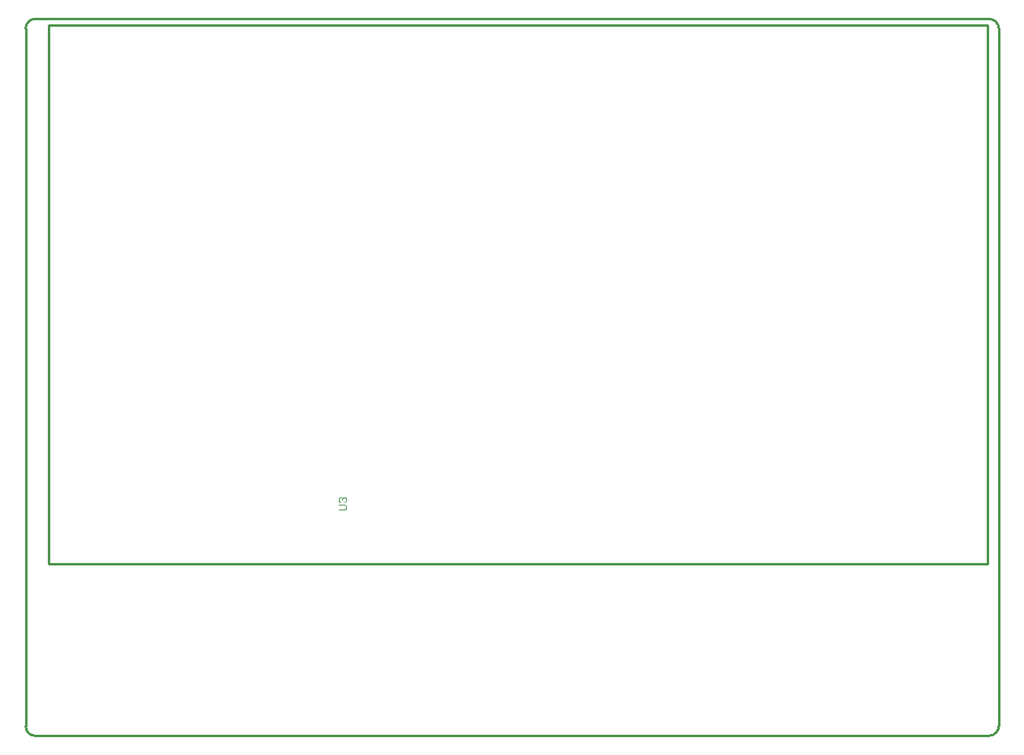
<source format=gm1>
G04*
G04 #@! TF.GenerationSoftware,Altium Limited,Altium Designer,25.3.2 (17)*
G04*
G04 Layer_Color=16711935*
%FSLAX25Y25*%
%MOIN*%
G70*
G04*
G04 #@! TF.SameCoordinates,ED342856-191B-4412-B6D1-68AB9B2CBA59*
G04*
G04*
G04 #@! TF.FilePolarity,Positive*
G04*
G01*
G75*
%ADD11C,0.00394*%
%ADD16C,0.01000*%
D11*
X129355Y93500D02*
X131979D01*
X132504Y94025D01*
Y95074D01*
X131979Y95599D01*
X129355D01*
X129880Y96649D02*
X129355Y97173D01*
Y98223D01*
X129880Y98748D01*
X130405D01*
X130930Y98223D01*
Y97698D01*
Y98223D01*
X131455Y98748D01*
X131979D01*
X132504Y98223D01*
Y97173D01*
X131979Y96649D01*
D16*
X400800Y291500D02*
G03*
X396800Y295500I-4000J0D01*
G01*
Y500D02*
G03*
X400800Y4500I0J4000D01*
G01*
X4700Y295500D02*
G03*
X700Y291500I0J-4000D01*
G01*
Y4500D02*
G03*
X4700Y500I4000J0D01*
G01*
X396800D01*
X4700Y295500D02*
X396800D01*
X400800Y4500D02*
Y291500D01*
X700Y4500D02*
Y291500D01*
X396091Y71260D02*
Y293071D01*
X10264Y71260D02*
X396091D01*
X10264D02*
Y293071D01*
X396091D01*
M02*

</source>
